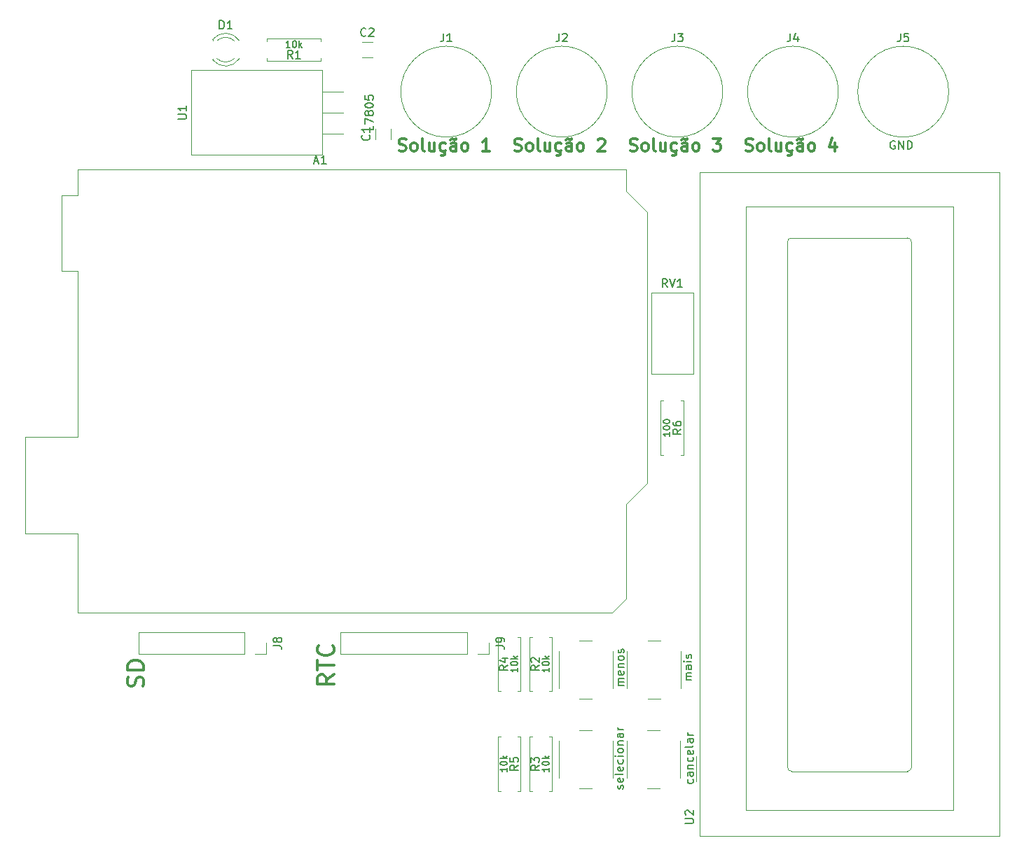
<source format=gbr>
%TF.GenerationSoftware,KiCad,Pcbnew,(5.1.9)-1*%
%TF.CreationDate,2021-06-23T17:41:11-03:00*%
%TF.ProjectId,assert,61737365-7274-42e6-9b69-6361645f7063,rev?*%
%TF.SameCoordinates,Original*%
%TF.FileFunction,Legend,Top*%
%TF.FilePolarity,Positive*%
%FSLAX46Y46*%
G04 Gerber Fmt 4.6, Leading zero omitted, Abs format (unit mm)*
G04 Created by KiCad (PCBNEW (5.1.9)-1) date 2021-06-23 17:41:11*
%MOMM*%
%LPD*%
G01*
G04 APERTURE LIST*
%ADD10C,0.120000*%
%ADD11C,0.150000*%
%ADD12C,0.300000*%
G04 APERTURE END LIST*
D10*
%TO.C,U2*%
X105117000Y-98910000D02*
X105117000Y-18630000D01*
X105117000Y-18630000D02*
X68837000Y-18630000D01*
X68837000Y-18630000D02*
X68837000Y-98110000D01*
X68837000Y-98910000D02*
X105117000Y-98910000D01*
X68837000Y-98900000D02*
X68837000Y-98110000D01*
X68477000Y-92270000D02*
X68477000Y-89270000D01*
X79477000Y-90570000D02*
X79477000Y-27070000D01*
X93976320Y-91069720D02*
X79977000Y-91069720D01*
X94477000Y-27069340D02*
X94477000Y-90570000D01*
X79977000Y-26570000D02*
X93977000Y-26570000D01*
X74477000Y-95770000D02*
X74477000Y-22770000D01*
X74477000Y-22770000D02*
X99477000Y-22770000D01*
X99477000Y-22770000D02*
X99477000Y-95770000D01*
X99477000Y-95770000D02*
X74477000Y-95770000D01*
X79475460Y-90569340D02*
G75*
G03*
X79975840Y-91069720I500380J0D01*
G01*
X93976320Y-91069720D02*
G75*
G03*
X94476700Y-90569340I0J500380D01*
G01*
X94476700Y-27069340D02*
G75*
G03*
X93976320Y-26568960I-500380J0D01*
G01*
X79977000Y-26570000D02*
G75*
G03*
X79477000Y-27070000I0J-500000D01*
G01*
%TO.C,A1*%
X59947000Y-58805000D02*
X62487000Y-56265000D01*
X59947000Y-70235000D02*
X59947000Y-58805000D01*
X58297000Y-71885000D02*
X59947000Y-70235000D01*
X-6353000Y-71885000D02*
X58297000Y-71885000D01*
X-6353000Y-62355000D02*
X-6353000Y-71885000D01*
X-12703000Y-62355000D02*
X-6353000Y-62355000D01*
X-12703000Y-50675000D02*
X-12703000Y-62355000D01*
X-6353000Y-50675000D02*
X-12703000Y-50675000D01*
X-6353000Y-30605000D02*
X-6353000Y-50675000D01*
X-8253000Y-30605000D02*
X-6353000Y-30605000D01*
X-8253000Y-21465000D02*
X-8253000Y-30605000D01*
X-6353000Y-21465000D02*
X-8253000Y-21465000D01*
X-6353000Y-18285000D02*
X-6353000Y-21465000D01*
X59947000Y-18285000D02*
X-6353000Y-18285000D01*
X59947000Y-20955000D02*
X59947000Y-18285000D01*
X62487000Y-23495000D02*
X59947000Y-20955000D01*
X62487000Y-56265000D02*
X62487000Y-23495000D01*
%TO.C,J5*%
X98972000Y-8890000D02*
G75*
G03*
X98972000Y-8890000I-5500000J0D01*
G01*
%TO.C,J4*%
X85637000Y-8890000D02*
G75*
G03*
X85637000Y-8890000I-5500000J0D01*
G01*
%TO.C,J9*%
X43367000Y-75565000D02*
X43367000Y-76895000D01*
X43367000Y-76895000D02*
X42037000Y-76895000D01*
X40767000Y-76895000D02*
X25467000Y-76895000D01*
X25467000Y-74235000D02*
X25467000Y-76895000D01*
X40767000Y-74235000D02*
X25467000Y-74235000D01*
X40767000Y-74235000D02*
X40767000Y-76895000D01*
%TO.C,U1*%
X23257000Y-16550000D02*
X23257000Y-6310000D01*
X7367000Y-16550000D02*
X7367000Y-6310000D01*
X7367000Y-16550000D02*
X23257000Y-16550000D01*
X7367000Y-6310000D02*
X23257000Y-6310000D01*
X23257000Y-13970000D02*
X25797000Y-13970000D01*
X23257000Y-11430000D02*
X25797000Y-11430000D01*
X23257000Y-8890000D02*
X25797000Y-8890000D01*
%TO.C,SW4*%
X64032000Y-86110000D02*
X62532000Y-86110000D01*
X60032000Y-87360000D02*
X60032000Y-91860000D01*
X62532000Y-93110000D02*
X64032000Y-93110000D01*
X66532000Y-91860000D02*
X66532000Y-87360000D01*
%TO.C,SW3*%
X55832000Y-86110000D02*
X54332000Y-86110000D01*
X51832000Y-87360000D02*
X51832000Y-91860000D01*
X54332000Y-93110000D02*
X55832000Y-93110000D01*
X58332000Y-91860000D02*
X58332000Y-87360000D01*
%TO.C,SW2*%
X55832000Y-75315000D02*
X54332000Y-75315000D01*
X51832000Y-76565000D02*
X51832000Y-81065000D01*
X54332000Y-82315000D02*
X55832000Y-82315000D01*
X58332000Y-81065000D02*
X58332000Y-76565000D01*
%TO.C,SW1*%
X62587000Y-82315000D02*
X64087000Y-82315000D01*
X66587000Y-81065000D02*
X66587000Y-76565000D01*
X64087000Y-75315000D02*
X62587000Y-75315000D01*
X60087000Y-76565000D02*
X60087000Y-81065000D01*
%TO.C,RV1*%
X62997000Y-33215000D02*
X62997000Y-42985000D01*
X68067000Y-33215000D02*
X68067000Y-42985000D01*
X62997000Y-42985000D02*
X68067000Y-42985000D01*
X62997000Y-33215000D02*
X68067000Y-33215000D01*
%TO.C,R6*%
X64162000Y-52800000D02*
X64492000Y-52800000D01*
X64162000Y-46260000D02*
X64162000Y-52800000D01*
X64492000Y-46260000D02*
X64162000Y-46260000D01*
X66902000Y-52800000D02*
X66572000Y-52800000D01*
X66902000Y-46260000D02*
X66902000Y-52800000D01*
X66572000Y-46260000D02*
X66902000Y-46260000D01*
%TO.C,R5*%
X44477000Y-93440000D02*
X44807000Y-93440000D01*
X44477000Y-86900000D02*
X44477000Y-93440000D01*
X44807000Y-86900000D02*
X44477000Y-86900000D01*
X47217000Y-93440000D02*
X46887000Y-93440000D01*
X47217000Y-86900000D02*
X47217000Y-93440000D01*
X46887000Y-86900000D02*
X47217000Y-86900000D01*
%TO.C,R4*%
X47217000Y-74835000D02*
X46887000Y-74835000D01*
X47217000Y-81375000D02*
X47217000Y-74835000D01*
X46887000Y-81375000D02*
X47217000Y-81375000D01*
X44477000Y-74835000D02*
X44807000Y-74835000D01*
X44477000Y-81375000D02*
X44477000Y-74835000D01*
X44807000Y-81375000D02*
X44477000Y-81375000D01*
%TO.C,R3*%
X51027000Y-86900000D02*
X50697000Y-86900000D01*
X51027000Y-93440000D02*
X51027000Y-86900000D01*
X50697000Y-93440000D02*
X51027000Y-93440000D01*
X48287000Y-86900000D02*
X48617000Y-86900000D01*
X48287000Y-93440000D02*
X48287000Y-86900000D01*
X48617000Y-93440000D02*
X48287000Y-93440000D01*
%TO.C,R2*%
X51027000Y-74835000D02*
X50697000Y-74835000D01*
X51027000Y-81375000D02*
X51027000Y-74835000D01*
X50697000Y-81375000D02*
X51027000Y-81375000D01*
X48287000Y-74835000D02*
X48617000Y-74835000D01*
X48287000Y-81375000D02*
X48287000Y-74835000D01*
X48617000Y-81375000D02*
X48287000Y-81375000D01*
%TO.C,R1*%
X16542000Y-2440000D02*
X16542000Y-2770000D01*
X23082000Y-2440000D02*
X16542000Y-2440000D01*
X23082000Y-2770000D02*
X23082000Y-2440000D01*
X16542000Y-5180000D02*
X16542000Y-4850000D01*
X23082000Y-5180000D02*
X16542000Y-5180000D01*
X23082000Y-4850000D02*
X23082000Y-5180000D01*
%TO.C,J8*%
X16443000Y-75565000D02*
X16443000Y-76895000D01*
X16443000Y-76895000D02*
X15113000Y-76895000D01*
X13843000Y-76895000D02*
X1083000Y-76895000D01*
X1083000Y-74235000D02*
X1083000Y-76895000D01*
X13843000Y-74235000D02*
X1083000Y-74235000D01*
X13843000Y-74235000D02*
X13843000Y-76895000D01*
%TO.C,J3*%
X71667000Y-8890000D02*
G75*
G03*
X71667000Y-8890000I-5500000J0D01*
G01*
%TO.C,J2*%
X57697000Y-8890000D02*
G75*
G03*
X57697000Y-8890000I-5500000J0D01*
G01*
%TO.C,J1*%
X43727000Y-8890000D02*
G75*
G03*
X43727000Y-8890000I-5500000J0D01*
G01*
%TO.C,D1*%
X9997000Y-4890000D02*
X9997000Y-5046000D01*
X9997000Y-2574000D02*
X9997000Y-2730000D01*
X12598130Y-4889837D02*
G75*
G02*
X10516039Y-4890000I-1041130J1079837D01*
G01*
X12598130Y-2730163D02*
G75*
G03*
X10516039Y-2730000I-1041130J-1079837D01*
G01*
X13229335Y-4888608D02*
G75*
G02*
X9997000Y-5045516I-1672335J1078608D01*
G01*
X13229335Y-2731392D02*
G75*
G03*
X9997000Y-2574484I-1672335J-1078608D01*
G01*
%TO.C,C2*%
X28053000Y-4730000D02*
X29311000Y-4730000D01*
X28053000Y-2890000D02*
X29311000Y-2890000D01*
%TO.C,C1*%
X31527000Y-14619000D02*
X31527000Y-13361000D01*
X29687000Y-14619000D02*
X29687000Y-13361000D01*
%TO.C,U2*%
D11*
X67119380Y-97351904D02*
X67928904Y-97351904D01*
X68024142Y-97304285D01*
X68071761Y-97256666D01*
X68119380Y-97161428D01*
X68119380Y-96970952D01*
X68071761Y-96875714D01*
X68024142Y-96828095D01*
X67928904Y-96780476D01*
X67119380Y-96780476D01*
X67214619Y-96351904D02*
X67167000Y-96304285D01*
X67119380Y-96209047D01*
X67119380Y-95970952D01*
X67167000Y-95875714D01*
X67214619Y-95828095D01*
X67309857Y-95780476D01*
X67405095Y-95780476D01*
X67547952Y-95828095D01*
X68119380Y-96399523D01*
X68119380Y-95780476D01*
%TO.C,A1*%
X22272714Y-17311666D02*
X22748904Y-17311666D01*
X22177476Y-17597380D02*
X22510809Y-16597380D01*
X22844142Y-17597380D01*
X23701285Y-17597380D02*
X23129857Y-17597380D01*
X23415571Y-17597380D02*
X23415571Y-16597380D01*
X23320333Y-16740238D01*
X23225095Y-16835476D01*
X23129857Y-16883095D01*
%TO.C,J5*%
X93138666Y-1842380D02*
X93138666Y-2556666D01*
X93091047Y-2699523D01*
X92995809Y-2794761D01*
X92852952Y-2842380D01*
X92757714Y-2842380D01*
X94091047Y-1842380D02*
X93614857Y-1842380D01*
X93567238Y-2318571D01*
X93614857Y-2270952D01*
X93710095Y-2223333D01*
X93948190Y-2223333D01*
X94043428Y-2270952D01*
X94091047Y-2318571D01*
X94138666Y-2413809D01*
X94138666Y-2651904D01*
X94091047Y-2747142D01*
X94043428Y-2794761D01*
X93948190Y-2842380D01*
X93710095Y-2842380D01*
X93614857Y-2794761D01*
X93567238Y-2747142D01*
X92460095Y-14890000D02*
X92364857Y-14842380D01*
X92222000Y-14842380D01*
X92079142Y-14890000D01*
X91983904Y-14985238D01*
X91936285Y-15080476D01*
X91888666Y-15270952D01*
X91888666Y-15413809D01*
X91936285Y-15604285D01*
X91983904Y-15699523D01*
X92079142Y-15794761D01*
X92222000Y-15842380D01*
X92317238Y-15842380D01*
X92460095Y-15794761D01*
X92507714Y-15747142D01*
X92507714Y-15413809D01*
X92317238Y-15413809D01*
X92936285Y-15842380D02*
X92936285Y-14842380D01*
X93507714Y-15842380D01*
X93507714Y-14842380D01*
X93983904Y-15842380D02*
X93983904Y-14842380D01*
X94222000Y-14842380D01*
X94364857Y-14890000D01*
X94460095Y-14985238D01*
X94507714Y-15080476D01*
X94555333Y-15270952D01*
X94555333Y-15413809D01*
X94507714Y-15604285D01*
X94460095Y-15699523D01*
X94364857Y-15794761D01*
X94222000Y-15842380D01*
X93983904Y-15842380D01*
%TO.C,J4*%
X79803666Y-1842380D02*
X79803666Y-2556666D01*
X79756047Y-2699523D01*
X79660809Y-2794761D01*
X79517952Y-2842380D01*
X79422714Y-2842380D01*
X80708428Y-2175714D02*
X80708428Y-2842380D01*
X80470333Y-1794761D02*
X80232238Y-2509047D01*
X80851285Y-2509047D01*
D12*
X74422714Y-15997142D02*
X74637000Y-16068571D01*
X74994142Y-16068571D01*
X75137000Y-15997142D01*
X75208428Y-15925714D01*
X75279857Y-15782857D01*
X75279857Y-15640000D01*
X75208428Y-15497142D01*
X75137000Y-15425714D01*
X74994142Y-15354285D01*
X74708428Y-15282857D01*
X74565571Y-15211428D01*
X74494142Y-15140000D01*
X74422714Y-14997142D01*
X74422714Y-14854285D01*
X74494142Y-14711428D01*
X74565571Y-14640000D01*
X74708428Y-14568571D01*
X75065571Y-14568571D01*
X75279857Y-14640000D01*
X76137000Y-16068571D02*
X75994142Y-15997142D01*
X75922714Y-15925714D01*
X75851285Y-15782857D01*
X75851285Y-15354285D01*
X75922714Y-15211428D01*
X75994142Y-15140000D01*
X76137000Y-15068571D01*
X76351285Y-15068571D01*
X76494142Y-15140000D01*
X76565571Y-15211428D01*
X76637000Y-15354285D01*
X76637000Y-15782857D01*
X76565571Y-15925714D01*
X76494142Y-15997142D01*
X76351285Y-16068571D01*
X76137000Y-16068571D01*
X77494142Y-16068571D02*
X77351285Y-15997142D01*
X77279857Y-15854285D01*
X77279857Y-14568571D01*
X78708428Y-15068571D02*
X78708428Y-16068571D01*
X78065571Y-15068571D02*
X78065571Y-15854285D01*
X78137000Y-15997142D01*
X78279857Y-16068571D01*
X78494142Y-16068571D01*
X78637000Y-15997142D01*
X78708428Y-15925714D01*
X80065571Y-15997142D02*
X79922714Y-16068571D01*
X79637000Y-16068571D01*
X79494142Y-15997142D01*
X79422714Y-15925714D01*
X79351285Y-15782857D01*
X79351285Y-15354285D01*
X79422714Y-15211428D01*
X79494142Y-15140000D01*
X79637000Y-15068571D01*
X79922714Y-15068571D01*
X80065571Y-15140000D01*
X79779857Y-16140000D02*
X79922714Y-16211428D01*
X79994142Y-16354285D01*
X79922714Y-16497142D01*
X79779857Y-16568571D01*
X79565571Y-16568571D01*
X81351285Y-16068571D02*
X81351285Y-15282857D01*
X81279857Y-15140000D01*
X81137000Y-15068571D01*
X80851285Y-15068571D01*
X80708428Y-15140000D01*
X81351285Y-15997142D02*
X81208428Y-16068571D01*
X80851285Y-16068571D01*
X80708428Y-15997142D01*
X80637000Y-15854285D01*
X80637000Y-15711428D01*
X80708428Y-15568571D01*
X80851285Y-15497142D01*
X81208428Y-15497142D01*
X81351285Y-15425714D01*
X80637000Y-14711428D02*
X80708428Y-14640000D01*
X80851285Y-14568571D01*
X81137000Y-14711428D01*
X81279857Y-14640000D01*
X81351285Y-14568571D01*
X82279857Y-16068571D02*
X82137000Y-15997142D01*
X82065571Y-15925714D01*
X81994142Y-15782857D01*
X81994142Y-15354285D01*
X82065571Y-15211428D01*
X82137000Y-15140000D01*
X82279857Y-15068571D01*
X82494142Y-15068571D01*
X82637000Y-15140000D01*
X82708428Y-15211428D01*
X82779857Y-15354285D01*
X82779857Y-15782857D01*
X82708428Y-15925714D01*
X82637000Y-15997142D01*
X82494142Y-16068571D01*
X82279857Y-16068571D01*
X85208428Y-15068571D02*
X85208428Y-16068571D01*
X84851285Y-14497142D02*
X84494142Y-15568571D01*
X85422714Y-15568571D01*
%TO.C,J9*%
D11*
X44259380Y-75898333D02*
X44973666Y-75898333D01*
X45116523Y-75945952D01*
X45211761Y-76041190D01*
X45259380Y-76184047D01*
X45259380Y-76279285D01*
X45259380Y-75374523D02*
X45259380Y-75184047D01*
X45211761Y-75088809D01*
X45164142Y-75041190D01*
X45021285Y-74945952D01*
X44830809Y-74898333D01*
X44449857Y-74898333D01*
X44354619Y-74945952D01*
X44307000Y-74993571D01*
X44259380Y-75088809D01*
X44259380Y-75279285D01*
X44307000Y-75374523D01*
X44354619Y-75422142D01*
X44449857Y-75469761D01*
X44687952Y-75469761D01*
X44783190Y-75422142D01*
X44830809Y-75374523D01*
X44878428Y-75279285D01*
X44878428Y-75088809D01*
X44830809Y-74993571D01*
X44783190Y-74945952D01*
X44687952Y-74898333D01*
D12*
X24653761Y-79374857D02*
X23701380Y-80041523D01*
X24653761Y-80517714D02*
X22653761Y-80517714D01*
X22653761Y-79755809D01*
X22749000Y-79565333D01*
X22844238Y-79470095D01*
X23034714Y-79374857D01*
X23320428Y-79374857D01*
X23510904Y-79470095D01*
X23606142Y-79565333D01*
X23701380Y-79755809D01*
X23701380Y-80517714D01*
X22653761Y-78803428D02*
X22653761Y-77660571D01*
X24653761Y-78232000D02*
X22653761Y-78232000D01*
X24463285Y-75851047D02*
X24558523Y-75946285D01*
X24653761Y-76232000D01*
X24653761Y-76422476D01*
X24558523Y-76708190D01*
X24368047Y-76898666D01*
X24177571Y-76993904D01*
X23796619Y-77089142D01*
X23510904Y-77089142D01*
X23129952Y-76993904D01*
X22939476Y-76898666D01*
X22749000Y-76708190D01*
X22653761Y-76422476D01*
X22653761Y-76232000D01*
X22749000Y-75946285D01*
X22844238Y-75851047D01*
%TO.C,U1*%
D11*
X5819380Y-12191904D02*
X6628904Y-12191904D01*
X6724142Y-12144285D01*
X6771761Y-12096666D01*
X6819380Y-12001428D01*
X6819380Y-11810952D01*
X6771761Y-11715714D01*
X6724142Y-11668095D01*
X6628904Y-11620476D01*
X5819380Y-11620476D01*
X6819380Y-10620476D02*
X6819380Y-11191904D01*
X6819380Y-10906190D02*
X5819380Y-10906190D01*
X5962238Y-11001428D01*
X6057476Y-11096666D01*
X6105095Y-11191904D01*
X29399380Y-13025238D02*
X29399380Y-13501428D01*
X28399380Y-13501428D01*
X28399380Y-12787142D02*
X28399380Y-12120476D01*
X29399380Y-12549047D01*
X28827952Y-11596666D02*
X28780333Y-11691904D01*
X28732714Y-11739523D01*
X28637476Y-11787142D01*
X28589857Y-11787142D01*
X28494619Y-11739523D01*
X28447000Y-11691904D01*
X28399380Y-11596666D01*
X28399380Y-11406190D01*
X28447000Y-11310952D01*
X28494619Y-11263333D01*
X28589857Y-11215714D01*
X28637476Y-11215714D01*
X28732714Y-11263333D01*
X28780333Y-11310952D01*
X28827952Y-11406190D01*
X28827952Y-11596666D01*
X28875571Y-11691904D01*
X28923190Y-11739523D01*
X29018428Y-11787142D01*
X29208904Y-11787142D01*
X29304142Y-11739523D01*
X29351761Y-11691904D01*
X29399380Y-11596666D01*
X29399380Y-11406190D01*
X29351761Y-11310952D01*
X29304142Y-11263333D01*
X29208904Y-11215714D01*
X29018428Y-11215714D01*
X28923190Y-11263333D01*
X28875571Y-11310952D01*
X28827952Y-11406190D01*
X28399380Y-10596666D02*
X28399380Y-10501428D01*
X28447000Y-10406190D01*
X28494619Y-10358571D01*
X28589857Y-10310952D01*
X28780333Y-10263333D01*
X29018428Y-10263333D01*
X29208904Y-10310952D01*
X29304142Y-10358571D01*
X29351761Y-10406190D01*
X29399380Y-10501428D01*
X29399380Y-10596666D01*
X29351761Y-10691904D01*
X29304142Y-10739523D01*
X29208904Y-10787142D01*
X29018428Y-10834761D01*
X28780333Y-10834761D01*
X28589857Y-10787142D01*
X28494619Y-10739523D01*
X28447000Y-10691904D01*
X28399380Y-10596666D01*
X28399380Y-9358571D02*
X28399380Y-9834761D01*
X28875571Y-9882380D01*
X28827952Y-9834761D01*
X28780333Y-9739523D01*
X28780333Y-9501428D01*
X28827952Y-9406190D01*
X28875571Y-9358571D01*
X28970809Y-9310952D01*
X29208904Y-9310952D01*
X29304142Y-9358571D01*
X29351761Y-9406190D01*
X29399380Y-9501428D01*
X29399380Y-9739523D01*
X29351761Y-9834761D01*
X29304142Y-9882380D01*
%TO.C,SW4*%
X68032261Y-92067619D02*
X68079880Y-92162857D01*
X68079880Y-92353333D01*
X68032261Y-92448571D01*
X67984642Y-92496190D01*
X67889404Y-92543809D01*
X67603690Y-92543809D01*
X67508452Y-92496190D01*
X67460833Y-92448571D01*
X67413214Y-92353333D01*
X67413214Y-92162857D01*
X67460833Y-92067619D01*
X68079880Y-91210476D02*
X67556071Y-91210476D01*
X67460833Y-91258095D01*
X67413214Y-91353333D01*
X67413214Y-91543809D01*
X67460833Y-91639047D01*
X68032261Y-91210476D02*
X68079880Y-91305714D01*
X68079880Y-91543809D01*
X68032261Y-91639047D01*
X67937023Y-91686666D01*
X67841785Y-91686666D01*
X67746547Y-91639047D01*
X67698928Y-91543809D01*
X67698928Y-91305714D01*
X67651309Y-91210476D01*
X67413214Y-90734285D02*
X68079880Y-90734285D01*
X67508452Y-90734285D02*
X67460833Y-90686666D01*
X67413214Y-90591428D01*
X67413214Y-90448571D01*
X67460833Y-90353333D01*
X67556071Y-90305714D01*
X68079880Y-90305714D01*
X68032261Y-89400952D02*
X68079880Y-89496190D01*
X68079880Y-89686666D01*
X68032261Y-89781904D01*
X67984642Y-89829523D01*
X67889404Y-89877142D01*
X67603690Y-89877142D01*
X67508452Y-89829523D01*
X67460833Y-89781904D01*
X67413214Y-89686666D01*
X67413214Y-89496190D01*
X67460833Y-89400952D01*
X68032261Y-88591428D02*
X68079880Y-88686666D01*
X68079880Y-88877142D01*
X68032261Y-88972380D01*
X67937023Y-89020000D01*
X67556071Y-89020000D01*
X67460833Y-88972380D01*
X67413214Y-88877142D01*
X67413214Y-88686666D01*
X67460833Y-88591428D01*
X67556071Y-88543809D01*
X67651309Y-88543809D01*
X67746547Y-89020000D01*
X68079880Y-87972380D02*
X68032261Y-88067619D01*
X67937023Y-88115238D01*
X67079880Y-88115238D01*
X68079880Y-87162857D02*
X67556071Y-87162857D01*
X67460833Y-87210476D01*
X67413214Y-87305714D01*
X67413214Y-87496190D01*
X67460833Y-87591428D01*
X68032261Y-87162857D02*
X68079880Y-87258095D01*
X68079880Y-87496190D01*
X68032261Y-87591428D01*
X67937023Y-87639047D01*
X67841785Y-87639047D01*
X67746547Y-87591428D01*
X67698928Y-87496190D01*
X67698928Y-87258095D01*
X67651309Y-87162857D01*
X68079880Y-86686666D02*
X67413214Y-86686666D01*
X67603690Y-86686666D02*
X67508452Y-86639047D01*
X67460833Y-86591428D01*
X67413214Y-86496190D01*
X67413214Y-86400952D01*
%TO.C,SW3*%
X59586761Y-93186666D02*
X59634380Y-93091428D01*
X59634380Y-92900952D01*
X59586761Y-92805714D01*
X59491523Y-92758095D01*
X59443904Y-92758095D01*
X59348666Y-92805714D01*
X59301047Y-92900952D01*
X59301047Y-93043809D01*
X59253428Y-93139047D01*
X59158190Y-93186666D01*
X59110571Y-93186666D01*
X59015333Y-93139047D01*
X58967714Y-93043809D01*
X58967714Y-92900952D01*
X59015333Y-92805714D01*
X59586761Y-91948571D02*
X59634380Y-92043809D01*
X59634380Y-92234285D01*
X59586761Y-92329523D01*
X59491523Y-92377142D01*
X59110571Y-92377142D01*
X59015333Y-92329523D01*
X58967714Y-92234285D01*
X58967714Y-92043809D01*
X59015333Y-91948571D01*
X59110571Y-91900952D01*
X59205809Y-91900952D01*
X59301047Y-92377142D01*
X59634380Y-91329523D02*
X59586761Y-91424761D01*
X59491523Y-91472380D01*
X58634380Y-91472380D01*
X59586761Y-90567619D02*
X59634380Y-90662857D01*
X59634380Y-90853333D01*
X59586761Y-90948571D01*
X59491523Y-90996190D01*
X59110571Y-90996190D01*
X59015333Y-90948571D01*
X58967714Y-90853333D01*
X58967714Y-90662857D01*
X59015333Y-90567619D01*
X59110571Y-90520000D01*
X59205809Y-90520000D01*
X59301047Y-90996190D01*
X59586761Y-89662857D02*
X59634380Y-89758095D01*
X59634380Y-89948571D01*
X59586761Y-90043809D01*
X59539142Y-90091428D01*
X59443904Y-90139047D01*
X59158190Y-90139047D01*
X59062952Y-90091428D01*
X59015333Y-90043809D01*
X58967714Y-89948571D01*
X58967714Y-89758095D01*
X59015333Y-89662857D01*
X59634380Y-89234285D02*
X58967714Y-89234285D01*
X58634380Y-89234285D02*
X58682000Y-89281904D01*
X58729619Y-89234285D01*
X58682000Y-89186666D01*
X58634380Y-89234285D01*
X58729619Y-89234285D01*
X59634380Y-88615238D02*
X59586761Y-88710476D01*
X59539142Y-88758095D01*
X59443904Y-88805714D01*
X59158190Y-88805714D01*
X59062952Y-88758095D01*
X59015333Y-88710476D01*
X58967714Y-88615238D01*
X58967714Y-88472380D01*
X59015333Y-88377142D01*
X59062952Y-88329523D01*
X59158190Y-88281904D01*
X59443904Y-88281904D01*
X59539142Y-88329523D01*
X59586761Y-88377142D01*
X59634380Y-88472380D01*
X59634380Y-88615238D01*
X58967714Y-87853333D02*
X59634380Y-87853333D01*
X59062952Y-87853333D02*
X59015333Y-87805714D01*
X58967714Y-87710476D01*
X58967714Y-87567619D01*
X59015333Y-87472380D01*
X59110571Y-87424761D01*
X59634380Y-87424761D01*
X59634380Y-86520000D02*
X59110571Y-86520000D01*
X59015333Y-86567619D01*
X58967714Y-86662857D01*
X58967714Y-86853333D01*
X59015333Y-86948571D01*
X59586761Y-86520000D02*
X59634380Y-86615238D01*
X59634380Y-86853333D01*
X59586761Y-86948571D01*
X59491523Y-86996190D01*
X59396285Y-86996190D01*
X59301047Y-86948571D01*
X59253428Y-86853333D01*
X59253428Y-86615238D01*
X59205809Y-86520000D01*
X59634380Y-86043809D02*
X58967714Y-86043809D01*
X59158190Y-86043809D02*
X59062952Y-85996190D01*
X59015333Y-85948571D01*
X58967714Y-85853333D01*
X58967714Y-85758095D01*
%TO.C,SW2*%
X59697880Y-80686666D02*
X59031214Y-80686666D01*
X59126452Y-80686666D02*
X59078833Y-80639047D01*
X59031214Y-80543809D01*
X59031214Y-80400952D01*
X59078833Y-80305714D01*
X59174071Y-80258095D01*
X59697880Y-80258095D01*
X59174071Y-80258095D02*
X59078833Y-80210476D01*
X59031214Y-80115238D01*
X59031214Y-79972380D01*
X59078833Y-79877142D01*
X59174071Y-79829523D01*
X59697880Y-79829523D01*
X59650261Y-78972380D02*
X59697880Y-79067619D01*
X59697880Y-79258095D01*
X59650261Y-79353333D01*
X59555023Y-79400952D01*
X59174071Y-79400952D01*
X59078833Y-79353333D01*
X59031214Y-79258095D01*
X59031214Y-79067619D01*
X59078833Y-78972380D01*
X59174071Y-78924761D01*
X59269309Y-78924761D01*
X59364547Y-79400952D01*
X59031214Y-78496190D02*
X59697880Y-78496190D01*
X59126452Y-78496190D02*
X59078833Y-78448571D01*
X59031214Y-78353333D01*
X59031214Y-78210476D01*
X59078833Y-78115238D01*
X59174071Y-78067619D01*
X59697880Y-78067619D01*
X59697880Y-77448571D02*
X59650261Y-77543809D01*
X59602642Y-77591428D01*
X59507404Y-77639047D01*
X59221690Y-77639047D01*
X59126452Y-77591428D01*
X59078833Y-77543809D01*
X59031214Y-77448571D01*
X59031214Y-77305714D01*
X59078833Y-77210476D01*
X59126452Y-77162857D01*
X59221690Y-77115238D01*
X59507404Y-77115238D01*
X59602642Y-77162857D01*
X59650261Y-77210476D01*
X59697880Y-77305714D01*
X59697880Y-77448571D01*
X59650261Y-76734285D02*
X59697880Y-76639047D01*
X59697880Y-76448571D01*
X59650261Y-76353333D01*
X59555023Y-76305714D01*
X59507404Y-76305714D01*
X59412166Y-76353333D01*
X59364547Y-76448571D01*
X59364547Y-76591428D01*
X59316928Y-76686666D01*
X59221690Y-76734285D01*
X59174071Y-76734285D01*
X59078833Y-76686666D01*
X59031214Y-76591428D01*
X59031214Y-76448571D01*
X59078833Y-76353333D01*
%TO.C,SW1*%
X67889380Y-80043809D02*
X67222714Y-80043809D01*
X67317952Y-80043809D02*
X67270333Y-79996190D01*
X67222714Y-79900952D01*
X67222714Y-79758095D01*
X67270333Y-79662857D01*
X67365571Y-79615238D01*
X67889380Y-79615238D01*
X67365571Y-79615238D02*
X67270333Y-79567619D01*
X67222714Y-79472380D01*
X67222714Y-79329523D01*
X67270333Y-79234285D01*
X67365571Y-79186666D01*
X67889380Y-79186666D01*
X67889380Y-78281904D02*
X67365571Y-78281904D01*
X67270333Y-78329523D01*
X67222714Y-78424761D01*
X67222714Y-78615238D01*
X67270333Y-78710476D01*
X67841761Y-78281904D02*
X67889380Y-78377142D01*
X67889380Y-78615238D01*
X67841761Y-78710476D01*
X67746523Y-78758095D01*
X67651285Y-78758095D01*
X67556047Y-78710476D01*
X67508428Y-78615238D01*
X67508428Y-78377142D01*
X67460809Y-78281904D01*
X67889380Y-77805714D02*
X67222714Y-77805714D01*
X66889380Y-77805714D02*
X66937000Y-77853333D01*
X66984619Y-77805714D01*
X66937000Y-77758095D01*
X66889380Y-77805714D01*
X66984619Y-77805714D01*
X67841761Y-77377142D02*
X67889380Y-77281904D01*
X67889380Y-77091428D01*
X67841761Y-76996190D01*
X67746523Y-76948571D01*
X67698904Y-76948571D01*
X67603666Y-76996190D01*
X67556047Y-77091428D01*
X67556047Y-77234285D01*
X67508428Y-77329523D01*
X67413190Y-77377142D01*
X67365571Y-77377142D01*
X67270333Y-77329523D01*
X67222714Y-77234285D01*
X67222714Y-77091428D01*
X67270333Y-76996190D01*
%TO.C,RV1*%
X64936761Y-32537380D02*
X64603428Y-32061190D01*
X64365333Y-32537380D02*
X64365333Y-31537380D01*
X64746285Y-31537380D01*
X64841523Y-31585000D01*
X64889142Y-31632619D01*
X64936761Y-31727857D01*
X64936761Y-31870714D01*
X64889142Y-31965952D01*
X64841523Y-32013571D01*
X64746285Y-32061190D01*
X64365333Y-32061190D01*
X65222476Y-31537380D02*
X65555809Y-32537380D01*
X65889142Y-31537380D01*
X66746285Y-32537380D02*
X66174857Y-32537380D01*
X66460571Y-32537380D02*
X66460571Y-31537380D01*
X66365333Y-31680238D01*
X66270095Y-31775476D01*
X66174857Y-31823095D01*
%TO.C,R6*%
X66619380Y-49696666D02*
X66143190Y-50030000D01*
X66619380Y-50268095D02*
X65619380Y-50268095D01*
X65619380Y-49887142D01*
X65667000Y-49791904D01*
X65714619Y-49744285D01*
X65809857Y-49696666D01*
X65952714Y-49696666D01*
X66047952Y-49744285D01*
X66095571Y-49791904D01*
X66143190Y-49887142D01*
X66143190Y-50268095D01*
X65619380Y-48839523D02*
X65619380Y-49030000D01*
X65667000Y-49125238D01*
X65714619Y-49172857D01*
X65857476Y-49268095D01*
X66047952Y-49315714D01*
X66428904Y-49315714D01*
X66524142Y-49268095D01*
X66571761Y-49220476D01*
X66619380Y-49125238D01*
X66619380Y-48934761D01*
X66571761Y-48839523D01*
X66524142Y-48791904D01*
X66428904Y-48744285D01*
X66190809Y-48744285D01*
X66095571Y-48791904D01*
X66047952Y-48839523D01*
X66000333Y-48934761D01*
X66000333Y-49125238D01*
X66047952Y-49220476D01*
X66095571Y-49268095D01*
X66190809Y-49315714D01*
X65258904Y-50063333D02*
X65258904Y-50520476D01*
X65258904Y-50291904D02*
X64458904Y-50291904D01*
X64573190Y-50368095D01*
X64649380Y-50444285D01*
X64687476Y-50520476D01*
X64458904Y-49568095D02*
X64458904Y-49491904D01*
X64497000Y-49415714D01*
X64535095Y-49377619D01*
X64611285Y-49339523D01*
X64763666Y-49301428D01*
X64954142Y-49301428D01*
X65106523Y-49339523D01*
X65182714Y-49377619D01*
X65220809Y-49415714D01*
X65258904Y-49491904D01*
X65258904Y-49568095D01*
X65220809Y-49644285D01*
X65182714Y-49682380D01*
X65106523Y-49720476D01*
X64954142Y-49758571D01*
X64763666Y-49758571D01*
X64611285Y-49720476D01*
X64535095Y-49682380D01*
X64497000Y-49644285D01*
X64458904Y-49568095D01*
X64458904Y-48806190D02*
X64458904Y-48730000D01*
X64497000Y-48653809D01*
X64535095Y-48615714D01*
X64611285Y-48577619D01*
X64763666Y-48539523D01*
X64954142Y-48539523D01*
X65106523Y-48577619D01*
X65182714Y-48615714D01*
X65220809Y-48653809D01*
X65258904Y-48730000D01*
X65258904Y-48806190D01*
X65220809Y-48882380D01*
X65182714Y-48920476D01*
X65106523Y-48958571D01*
X64954142Y-48996666D01*
X64763666Y-48996666D01*
X64611285Y-48958571D01*
X64535095Y-48920476D01*
X64497000Y-48882380D01*
X64458904Y-48806190D01*
%TO.C,R5*%
X46934380Y-90336666D02*
X46458190Y-90670000D01*
X46934380Y-90908095D02*
X45934380Y-90908095D01*
X45934380Y-90527142D01*
X45982000Y-90431904D01*
X46029619Y-90384285D01*
X46124857Y-90336666D01*
X46267714Y-90336666D01*
X46362952Y-90384285D01*
X46410571Y-90431904D01*
X46458190Y-90527142D01*
X46458190Y-90908095D01*
X45934380Y-89431904D02*
X45934380Y-89908095D01*
X46410571Y-89955714D01*
X46362952Y-89908095D01*
X46315333Y-89812857D01*
X46315333Y-89574761D01*
X46362952Y-89479523D01*
X46410571Y-89431904D01*
X46505809Y-89384285D01*
X46743904Y-89384285D01*
X46839142Y-89431904D01*
X46886761Y-89479523D01*
X46934380Y-89574761D01*
X46934380Y-89812857D01*
X46886761Y-89908095D01*
X46839142Y-89955714D01*
X45573904Y-90646190D02*
X45573904Y-91103333D01*
X45573904Y-90874761D02*
X44773904Y-90874761D01*
X44888190Y-90950952D01*
X44964380Y-91027142D01*
X45002476Y-91103333D01*
X44773904Y-90150952D02*
X44773904Y-90074761D01*
X44812000Y-89998571D01*
X44850095Y-89960476D01*
X44926285Y-89922380D01*
X45078666Y-89884285D01*
X45269142Y-89884285D01*
X45421523Y-89922380D01*
X45497714Y-89960476D01*
X45535809Y-89998571D01*
X45573904Y-90074761D01*
X45573904Y-90150952D01*
X45535809Y-90227142D01*
X45497714Y-90265238D01*
X45421523Y-90303333D01*
X45269142Y-90341428D01*
X45078666Y-90341428D01*
X44926285Y-90303333D01*
X44850095Y-90265238D01*
X44812000Y-90227142D01*
X44773904Y-90150952D01*
X45573904Y-89541428D02*
X44773904Y-89541428D01*
X45269142Y-89465238D02*
X45573904Y-89236666D01*
X45040571Y-89236666D02*
X45345333Y-89541428D01*
%TO.C,R4*%
X45664380Y-78271666D02*
X45188190Y-78605000D01*
X45664380Y-78843095D02*
X44664380Y-78843095D01*
X44664380Y-78462142D01*
X44712000Y-78366904D01*
X44759619Y-78319285D01*
X44854857Y-78271666D01*
X44997714Y-78271666D01*
X45092952Y-78319285D01*
X45140571Y-78366904D01*
X45188190Y-78462142D01*
X45188190Y-78843095D01*
X44997714Y-77414523D02*
X45664380Y-77414523D01*
X44616761Y-77652619D02*
X45331047Y-77890714D01*
X45331047Y-77271666D01*
X46843904Y-78581190D02*
X46843904Y-79038333D01*
X46843904Y-78809761D02*
X46043904Y-78809761D01*
X46158190Y-78885952D01*
X46234380Y-78962142D01*
X46272476Y-79038333D01*
X46043904Y-78085952D02*
X46043904Y-78009761D01*
X46082000Y-77933571D01*
X46120095Y-77895476D01*
X46196285Y-77857380D01*
X46348666Y-77819285D01*
X46539142Y-77819285D01*
X46691523Y-77857380D01*
X46767714Y-77895476D01*
X46805809Y-77933571D01*
X46843904Y-78009761D01*
X46843904Y-78085952D01*
X46805809Y-78162142D01*
X46767714Y-78200238D01*
X46691523Y-78238333D01*
X46539142Y-78276428D01*
X46348666Y-78276428D01*
X46196285Y-78238333D01*
X46120095Y-78200238D01*
X46082000Y-78162142D01*
X46043904Y-78085952D01*
X46843904Y-77476428D02*
X46043904Y-77476428D01*
X46539142Y-77400238D02*
X46843904Y-77171666D01*
X46310571Y-77171666D02*
X46615333Y-77476428D01*
%TO.C,R3*%
X49474380Y-90336666D02*
X48998190Y-90670000D01*
X49474380Y-90908095D02*
X48474380Y-90908095D01*
X48474380Y-90527142D01*
X48522000Y-90431904D01*
X48569619Y-90384285D01*
X48664857Y-90336666D01*
X48807714Y-90336666D01*
X48902952Y-90384285D01*
X48950571Y-90431904D01*
X48998190Y-90527142D01*
X48998190Y-90908095D01*
X48474380Y-90003333D02*
X48474380Y-89384285D01*
X48855333Y-89717619D01*
X48855333Y-89574761D01*
X48902952Y-89479523D01*
X48950571Y-89431904D01*
X49045809Y-89384285D01*
X49283904Y-89384285D01*
X49379142Y-89431904D01*
X49426761Y-89479523D01*
X49474380Y-89574761D01*
X49474380Y-89860476D01*
X49426761Y-89955714D01*
X49379142Y-90003333D01*
X50653904Y-90646190D02*
X50653904Y-91103333D01*
X50653904Y-90874761D02*
X49853904Y-90874761D01*
X49968190Y-90950952D01*
X50044380Y-91027142D01*
X50082476Y-91103333D01*
X49853904Y-90150952D02*
X49853904Y-90074761D01*
X49892000Y-89998571D01*
X49930095Y-89960476D01*
X50006285Y-89922380D01*
X50158666Y-89884285D01*
X50349142Y-89884285D01*
X50501523Y-89922380D01*
X50577714Y-89960476D01*
X50615809Y-89998571D01*
X50653904Y-90074761D01*
X50653904Y-90150952D01*
X50615809Y-90227142D01*
X50577714Y-90265238D01*
X50501523Y-90303333D01*
X50349142Y-90341428D01*
X50158666Y-90341428D01*
X50006285Y-90303333D01*
X49930095Y-90265238D01*
X49892000Y-90227142D01*
X49853904Y-90150952D01*
X50653904Y-89541428D02*
X49853904Y-89541428D01*
X50349142Y-89465238D02*
X50653904Y-89236666D01*
X50120571Y-89236666D02*
X50425333Y-89541428D01*
%TO.C,R2*%
X49474380Y-78271666D02*
X48998190Y-78605000D01*
X49474380Y-78843095D02*
X48474380Y-78843095D01*
X48474380Y-78462142D01*
X48522000Y-78366904D01*
X48569619Y-78319285D01*
X48664857Y-78271666D01*
X48807714Y-78271666D01*
X48902952Y-78319285D01*
X48950571Y-78366904D01*
X48998190Y-78462142D01*
X48998190Y-78843095D01*
X48569619Y-77890714D02*
X48522000Y-77843095D01*
X48474380Y-77747857D01*
X48474380Y-77509761D01*
X48522000Y-77414523D01*
X48569619Y-77366904D01*
X48664857Y-77319285D01*
X48760095Y-77319285D01*
X48902952Y-77366904D01*
X49474380Y-77938333D01*
X49474380Y-77319285D01*
X50653904Y-78581190D02*
X50653904Y-79038333D01*
X50653904Y-78809761D02*
X49853904Y-78809761D01*
X49968190Y-78885952D01*
X50044380Y-78962142D01*
X50082476Y-79038333D01*
X49853904Y-78085952D02*
X49853904Y-78009761D01*
X49892000Y-77933571D01*
X49930095Y-77895476D01*
X50006285Y-77857380D01*
X50158666Y-77819285D01*
X50349142Y-77819285D01*
X50501523Y-77857380D01*
X50577714Y-77895476D01*
X50615809Y-77933571D01*
X50653904Y-78009761D01*
X50653904Y-78085952D01*
X50615809Y-78162142D01*
X50577714Y-78200238D01*
X50501523Y-78238333D01*
X50349142Y-78276428D01*
X50158666Y-78276428D01*
X50006285Y-78238333D01*
X49930095Y-78200238D01*
X49892000Y-78162142D01*
X49853904Y-78085952D01*
X50653904Y-77476428D02*
X49853904Y-77476428D01*
X50349142Y-77400238D02*
X50653904Y-77171666D01*
X50120571Y-77171666D02*
X50425333Y-77476428D01*
%TO.C,R1*%
X19645333Y-4897380D02*
X19312000Y-4421190D01*
X19073904Y-4897380D02*
X19073904Y-3897380D01*
X19454857Y-3897380D01*
X19550095Y-3945000D01*
X19597714Y-3992619D01*
X19645333Y-4087857D01*
X19645333Y-4230714D01*
X19597714Y-4325952D01*
X19550095Y-4373571D01*
X19454857Y-4421190D01*
X19073904Y-4421190D01*
X20597714Y-4897380D02*
X20026285Y-4897380D01*
X20312000Y-4897380D02*
X20312000Y-3897380D01*
X20216761Y-4040238D01*
X20121523Y-4135476D01*
X20026285Y-4183095D01*
X19335809Y-3536904D02*
X18878666Y-3536904D01*
X19107238Y-3536904D02*
X19107238Y-2736904D01*
X19031047Y-2851190D01*
X18954857Y-2927380D01*
X18878666Y-2965476D01*
X19831047Y-2736904D02*
X19907238Y-2736904D01*
X19983428Y-2775000D01*
X20021523Y-2813095D01*
X20059619Y-2889285D01*
X20097714Y-3041666D01*
X20097714Y-3232142D01*
X20059619Y-3384523D01*
X20021523Y-3460714D01*
X19983428Y-3498809D01*
X19907238Y-3536904D01*
X19831047Y-3536904D01*
X19754857Y-3498809D01*
X19716761Y-3460714D01*
X19678666Y-3384523D01*
X19640571Y-3232142D01*
X19640571Y-3041666D01*
X19678666Y-2889285D01*
X19716761Y-2813095D01*
X19754857Y-2775000D01*
X19831047Y-2736904D01*
X20440571Y-3536904D02*
X20440571Y-2736904D01*
X20516761Y-3232142D02*
X20745333Y-3536904D01*
X20745333Y-3003571D02*
X20440571Y-3308333D01*
%TO.C,J8*%
X17335380Y-75898333D02*
X18049666Y-75898333D01*
X18192523Y-75945952D01*
X18287761Y-76041190D01*
X18335380Y-76184047D01*
X18335380Y-76279285D01*
X17763952Y-75279285D02*
X17716333Y-75374523D01*
X17668714Y-75422142D01*
X17573476Y-75469761D01*
X17525857Y-75469761D01*
X17430619Y-75422142D01*
X17383000Y-75374523D01*
X17335380Y-75279285D01*
X17335380Y-75088809D01*
X17383000Y-74993571D01*
X17430619Y-74945952D01*
X17525857Y-74898333D01*
X17573476Y-74898333D01*
X17668714Y-74945952D01*
X17716333Y-74993571D01*
X17763952Y-75088809D01*
X17763952Y-75279285D01*
X17811571Y-75374523D01*
X17859190Y-75422142D01*
X17954428Y-75469761D01*
X18144904Y-75469761D01*
X18240142Y-75422142D01*
X18287761Y-75374523D01*
X18335380Y-75279285D01*
X18335380Y-75088809D01*
X18287761Y-74993571D01*
X18240142Y-74945952D01*
X18144904Y-74898333D01*
X17954428Y-74898333D01*
X17859190Y-74945952D01*
X17811571Y-74993571D01*
X17763952Y-75088809D01*
D12*
X1571523Y-80819428D02*
X1666761Y-80533714D01*
X1666761Y-80057523D01*
X1571523Y-79867047D01*
X1476285Y-79771809D01*
X1285809Y-79676571D01*
X1095333Y-79676571D01*
X904857Y-79771809D01*
X809619Y-79867047D01*
X714380Y-80057523D01*
X619142Y-80438476D01*
X523904Y-80628952D01*
X428666Y-80724190D01*
X238190Y-80819428D01*
X47714Y-80819428D01*
X-142761Y-80724190D01*
X-238000Y-80628952D01*
X-333238Y-80438476D01*
X-333238Y-79962285D01*
X-238000Y-79676571D01*
X1666761Y-78819428D02*
X-333238Y-78819428D01*
X-333238Y-78343238D01*
X-237999Y-78057523D01*
X-47523Y-77867047D01*
X142952Y-77771809D01*
X523904Y-77676571D01*
X809619Y-77676571D01*
X1190571Y-77771809D01*
X1381047Y-77867047D01*
X1571523Y-78057523D01*
X1666761Y-78343238D01*
X1666761Y-78819428D01*
%TO.C,J3*%
D11*
X65833666Y-1842380D02*
X65833666Y-2556666D01*
X65786047Y-2699523D01*
X65690809Y-2794761D01*
X65547952Y-2842380D01*
X65452714Y-2842380D01*
X66214619Y-1842380D02*
X66833666Y-1842380D01*
X66500333Y-2223333D01*
X66643190Y-2223333D01*
X66738428Y-2270952D01*
X66786047Y-2318571D01*
X66833666Y-2413809D01*
X66833666Y-2651904D01*
X66786047Y-2747142D01*
X66738428Y-2794761D01*
X66643190Y-2842380D01*
X66357476Y-2842380D01*
X66262238Y-2794761D01*
X66214619Y-2747142D01*
D12*
X60452714Y-15997142D02*
X60667000Y-16068571D01*
X61024142Y-16068571D01*
X61167000Y-15997142D01*
X61238428Y-15925714D01*
X61309857Y-15782857D01*
X61309857Y-15640000D01*
X61238428Y-15497142D01*
X61167000Y-15425714D01*
X61024142Y-15354285D01*
X60738428Y-15282857D01*
X60595571Y-15211428D01*
X60524142Y-15140000D01*
X60452714Y-14997142D01*
X60452714Y-14854285D01*
X60524142Y-14711428D01*
X60595571Y-14640000D01*
X60738428Y-14568571D01*
X61095571Y-14568571D01*
X61309857Y-14640000D01*
X62167000Y-16068571D02*
X62024142Y-15997142D01*
X61952714Y-15925714D01*
X61881285Y-15782857D01*
X61881285Y-15354285D01*
X61952714Y-15211428D01*
X62024142Y-15140000D01*
X62167000Y-15068571D01*
X62381285Y-15068571D01*
X62524142Y-15140000D01*
X62595571Y-15211428D01*
X62667000Y-15354285D01*
X62667000Y-15782857D01*
X62595571Y-15925714D01*
X62524142Y-15997142D01*
X62381285Y-16068571D01*
X62167000Y-16068571D01*
X63524142Y-16068571D02*
X63381285Y-15997142D01*
X63309857Y-15854285D01*
X63309857Y-14568571D01*
X64738428Y-15068571D02*
X64738428Y-16068571D01*
X64095571Y-15068571D02*
X64095571Y-15854285D01*
X64167000Y-15997142D01*
X64309857Y-16068571D01*
X64524142Y-16068571D01*
X64667000Y-15997142D01*
X64738428Y-15925714D01*
X66095571Y-15997142D02*
X65952714Y-16068571D01*
X65667000Y-16068571D01*
X65524142Y-15997142D01*
X65452714Y-15925714D01*
X65381285Y-15782857D01*
X65381285Y-15354285D01*
X65452714Y-15211428D01*
X65524142Y-15140000D01*
X65667000Y-15068571D01*
X65952714Y-15068571D01*
X66095571Y-15140000D01*
X65809857Y-16140000D02*
X65952714Y-16211428D01*
X66024142Y-16354285D01*
X65952714Y-16497142D01*
X65809857Y-16568571D01*
X65595571Y-16568571D01*
X67381285Y-16068571D02*
X67381285Y-15282857D01*
X67309857Y-15140000D01*
X67167000Y-15068571D01*
X66881285Y-15068571D01*
X66738428Y-15140000D01*
X67381285Y-15997142D02*
X67238428Y-16068571D01*
X66881285Y-16068571D01*
X66738428Y-15997142D01*
X66667000Y-15854285D01*
X66667000Y-15711428D01*
X66738428Y-15568571D01*
X66881285Y-15497142D01*
X67238428Y-15497142D01*
X67381285Y-15425714D01*
X66667000Y-14711428D02*
X66738428Y-14640000D01*
X66881285Y-14568571D01*
X67167000Y-14711428D01*
X67309857Y-14640000D01*
X67381285Y-14568571D01*
X68309857Y-16068571D02*
X68167000Y-15997142D01*
X68095571Y-15925714D01*
X68024142Y-15782857D01*
X68024142Y-15354285D01*
X68095571Y-15211428D01*
X68167000Y-15140000D01*
X68309857Y-15068571D01*
X68524142Y-15068571D01*
X68667000Y-15140000D01*
X68738428Y-15211428D01*
X68809857Y-15354285D01*
X68809857Y-15782857D01*
X68738428Y-15925714D01*
X68667000Y-15997142D01*
X68524142Y-16068571D01*
X68309857Y-16068571D01*
X70452714Y-14568571D02*
X71381285Y-14568571D01*
X70881285Y-15140000D01*
X71095571Y-15140000D01*
X71238428Y-15211428D01*
X71309857Y-15282857D01*
X71381285Y-15425714D01*
X71381285Y-15782857D01*
X71309857Y-15925714D01*
X71238428Y-15997142D01*
X71095571Y-16068571D01*
X70667000Y-16068571D01*
X70524142Y-15997142D01*
X70452714Y-15925714D01*
%TO.C,J2*%
D11*
X51863666Y-1842380D02*
X51863666Y-2556666D01*
X51816047Y-2699523D01*
X51720809Y-2794761D01*
X51577952Y-2842380D01*
X51482714Y-2842380D01*
X52292238Y-1937619D02*
X52339857Y-1890000D01*
X52435095Y-1842380D01*
X52673190Y-1842380D01*
X52768428Y-1890000D01*
X52816047Y-1937619D01*
X52863666Y-2032857D01*
X52863666Y-2128095D01*
X52816047Y-2270952D01*
X52244619Y-2842380D01*
X52863666Y-2842380D01*
D12*
X46482714Y-15997142D02*
X46697000Y-16068571D01*
X47054142Y-16068571D01*
X47197000Y-15997142D01*
X47268428Y-15925714D01*
X47339857Y-15782857D01*
X47339857Y-15640000D01*
X47268428Y-15497142D01*
X47197000Y-15425714D01*
X47054142Y-15354285D01*
X46768428Y-15282857D01*
X46625571Y-15211428D01*
X46554142Y-15140000D01*
X46482714Y-14997142D01*
X46482714Y-14854285D01*
X46554142Y-14711428D01*
X46625571Y-14640000D01*
X46768428Y-14568571D01*
X47125571Y-14568571D01*
X47339857Y-14640000D01*
X48197000Y-16068571D02*
X48054142Y-15997142D01*
X47982714Y-15925714D01*
X47911285Y-15782857D01*
X47911285Y-15354285D01*
X47982714Y-15211428D01*
X48054142Y-15140000D01*
X48197000Y-15068571D01*
X48411285Y-15068571D01*
X48554142Y-15140000D01*
X48625571Y-15211428D01*
X48697000Y-15354285D01*
X48697000Y-15782857D01*
X48625571Y-15925714D01*
X48554142Y-15997142D01*
X48411285Y-16068571D01*
X48197000Y-16068571D01*
X49554142Y-16068571D02*
X49411285Y-15997142D01*
X49339857Y-15854285D01*
X49339857Y-14568571D01*
X50768428Y-15068571D02*
X50768428Y-16068571D01*
X50125571Y-15068571D02*
X50125571Y-15854285D01*
X50197000Y-15997142D01*
X50339857Y-16068571D01*
X50554142Y-16068571D01*
X50697000Y-15997142D01*
X50768428Y-15925714D01*
X52125571Y-15997142D02*
X51982714Y-16068571D01*
X51697000Y-16068571D01*
X51554142Y-15997142D01*
X51482714Y-15925714D01*
X51411285Y-15782857D01*
X51411285Y-15354285D01*
X51482714Y-15211428D01*
X51554142Y-15140000D01*
X51697000Y-15068571D01*
X51982714Y-15068571D01*
X52125571Y-15140000D01*
X51839857Y-16140000D02*
X51982714Y-16211428D01*
X52054142Y-16354285D01*
X51982714Y-16497142D01*
X51839857Y-16568571D01*
X51625571Y-16568571D01*
X53411285Y-16068571D02*
X53411285Y-15282857D01*
X53339857Y-15140000D01*
X53197000Y-15068571D01*
X52911285Y-15068571D01*
X52768428Y-15140000D01*
X53411285Y-15997142D02*
X53268428Y-16068571D01*
X52911285Y-16068571D01*
X52768428Y-15997142D01*
X52697000Y-15854285D01*
X52697000Y-15711428D01*
X52768428Y-15568571D01*
X52911285Y-15497142D01*
X53268428Y-15497142D01*
X53411285Y-15425714D01*
X52697000Y-14711428D02*
X52768428Y-14640000D01*
X52911285Y-14568571D01*
X53197000Y-14711428D01*
X53339857Y-14640000D01*
X53411285Y-14568571D01*
X54339857Y-16068571D02*
X54197000Y-15997142D01*
X54125571Y-15925714D01*
X54054142Y-15782857D01*
X54054142Y-15354285D01*
X54125571Y-15211428D01*
X54197000Y-15140000D01*
X54339857Y-15068571D01*
X54554142Y-15068571D01*
X54697000Y-15140000D01*
X54768428Y-15211428D01*
X54839857Y-15354285D01*
X54839857Y-15782857D01*
X54768428Y-15925714D01*
X54697000Y-15997142D01*
X54554142Y-16068571D01*
X54339857Y-16068571D01*
X56554142Y-14711428D02*
X56625571Y-14640000D01*
X56768428Y-14568571D01*
X57125571Y-14568571D01*
X57268428Y-14640000D01*
X57339857Y-14711428D01*
X57411285Y-14854285D01*
X57411285Y-14997142D01*
X57339857Y-15211428D01*
X56482714Y-16068571D01*
X57411285Y-16068571D01*
%TO.C,J1*%
D11*
X37893666Y-1842380D02*
X37893666Y-2556666D01*
X37846047Y-2699523D01*
X37750809Y-2794761D01*
X37607952Y-2842380D01*
X37512714Y-2842380D01*
X38893666Y-2842380D02*
X38322238Y-2842380D01*
X38607952Y-2842380D02*
X38607952Y-1842380D01*
X38512714Y-1985238D01*
X38417476Y-2080476D01*
X38322238Y-2128095D01*
D12*
X32512714Y-15997142D02*
X32727000Y-16068571D01*
X33084142Y-16068571D01*
X33227000Y-15997142D01*
X33298428Y-15925714D01*
X33369857Y-15782857D01*
X33369857Y-15640000D01*
X33298428Y-15497142D01*
X33227000Y-15425714D01*
X33084142Y-15354285D01*
X32798428Y-15282857D01*
X32655571Y-15211428D01*
X32584142Y-15140000D01*
X32512714Y-14997142D01*
X32512714Y-14854285D01*
X32584142Y-14711428D01*
X32655571Y-14640000D01*
X32798428Y-14568571D01*
X33155571Y-14568571D01*
X33369857Y-14640000D01*
X34227000Y-16068571D02*
X34084142Y-15997142D01*
X34012714Y-15925714D01*
X33941285Y-15782857D01*
X33941285Y-15354285D01*
X34012714Y-15211428D01*
X34084142Y-15140000D01*
X34227000Y-15068571D01*
X34441285Y-15068571D01*
X34584142Y-15140000D01*
X34655571Y-15211428D01*
X34727000Y-15354285D01*
X34727000Y-15782857D01*
X34655571Y-15925714D01*
X34584142Y-15997142D01*
X34441285Y-16068571D01*
X34227000Y-16068571D01*
X35584142Y-16068571D02*
X35441285Y-15997142D01*
X35369857Y-15854285D01*
X35369857Y-14568571D01*
X36798428Y-15068571D02*
X36798428Y-16068571D01*
X36155571Y-15068571D02*
X36155571Y-15854285D01*
X36227000Y-15997142D01*
X36369857Y-16068571D01*
X36584142Y-16068571D01*
X36727000Y-15997142D01*
X36798428Y-15925714D01*
X38155571Y-15997142D02*
X38012714Y-16068571D01*
X37727000Y-16068571D01*
X37584142Y-15997142D01*
X37512714Y-15925714D01*
X37441285Y-15782857D01*
X37441285Y-15354285D01*
X37512714Y-15211428D01*
X37584142Y-15140000D01*
X37727000Y-15068571D01*
X38012714Y-15068571D01*
X38155571Y-15140000D01*
X37869857Y-16140000D02*
X38012714Y-16211428D01*
X38084142Y-16354285D01*
X38012714Y-16497142D01*
X37869857Y-16568571D01*
X37655571Y-16568571D01*
X39441285Y-16068571D02*
X39441285Y-15282857D01*
X39369857Y-15140000D01*
X39227000Y-15068571D01*
X38941285Y-15068571D01*
X38798428Y-15140000D01*
X39441285Y-15997142D02*
X39298428Y-16068571D01*
X38941285Y-16068571D01*
X38798428Y-15997142D01*
X38727000Y-15854285D01*
X38727000Y-15711428D01*
X38798428Y-15568571D01*
X38941285Y-15497142D01*
X39298428Y-15497142D01*
X39441285Y-15425714D01*
X38727000Y-14711428D02*
X38798428Y-14640000D01*
X38941285Y-14568571D01*
X39227000Y-14711428D01*
X39369857Y-14640000D01*
X39441285Y-14568571D01*
X40369857Y-16068571D02*
X40227000Y-15997142D01*
X40155571Y-15925714D01*
X40084142Y-15782857D01*
X40084142Y-15354285D01*
X40155571Y-15211428D01*
X40227000Y-15140000D01*
X40369857Y-15068571D01*
X40584142Y-15068571D01*
X40727000Y-15140000D01*
X40798428Y-15211428D01*
X40869857Y-15354285D01*
X40869857Y-15782857D01*
X40798428Y-15925714D01*
X40727000Y-15997142D01*
X40584142Y-16068571D01*
X40369857Y-16068571D01*
X43441285Y-16068571D02*
X42584142Y-16068571D01*
X43012714Y-16068571D02*
X43012714Y-14568571D01*
X42869857Y-14782857D01*
X42727000Y-14925714D01*
X42584142Y-14997142D01*
%TO.C,D1*%
D11*
X10818904Y-1302380D02*
X10818904Y-302380D01*
X11057000Y-302380D01*
X11199857Y-350000D01*
X11295095Y-445238D01*
X11342714Y-540476D01*
X11390333Y-730952D01*
X11390333Y-873809D01*
X11342714Y-1064285D01*
X11295095Y-1159523D01*
X11199857Y-1254761D01*
X11057000Y-1302380D01*
X10818904Y-1302380D01*
X12342714Y-1302380D02*
X11771285Y-1302380D01*
X12057000Y-1302380D02*
X12057000Y-302380D01*
X11961761Y-445238D01*
X11866523Y-540476D01*
X11771285Y-588095D01*
%TO.C,C2*%
X28515333Y-2117142D02*
X28467714Y-2164761D01*
X28324857Y-2212380D01*
X28229619Y-2212380D01*
X28086761Y-2164761D01*
X27991523Y-2069523D01*
X27943904Y-1974285D01*
X27896285Y-1783809D01*
X27896285Y-1640952D01*
X27943904Y-1450476D01*
X27991523Y-1355238D01*
X28086761Y-1260000D01*
X28229619Y-1212380D01*
X28324857Y-1212380D01*
X28467714Y-1260000D01*
X28515333Y-1307619D01*
X28896285Y-1307619D02*
X28943904Y-1260000D01*
X29039142Y-1212380D01*
X29277238Y-1212380D01*
X29372476Y-1260000D01*
X29420095Y-1307619D01*
X29467714Y-1402857D01*
X29467714Y-1498095D01*
X29420095Y-1640952D01*
X28848666Y-2212380D01*
X29467714Y-2212380D01*
%TO.C,C1*%
X28914142Y-14156666D02*
X28961761Y-14204285D01*
X29009380Y-14347142D01*
X29009380Y-14442380D01*
X28961761Y-14585238D01*
X28866523Y-14680476D01*
X28771285Y-14728095D01*
X28580809Y-14775714D01*
X28437952Y-14775714D01*
X28247476Y-14728095D01*
X28152238Y-14680476D01*
X28057000Y-14585238D01*
X28009380Y-14442380D01*
X28009380Y-14347142D01*
X28057000Y-14204285D01*
X28104619Y-14156666D01*
X29009380Y-13204285D02*
X29009380Y-13775714D01*
X29009380Y-13490000D02*
X28009380Y-13490000D01*
X28152238Y-13585238D01*
X28247476Y-13680476D01*
X28295095Y-13775714D01*
%TD*%
M02*

</source>
